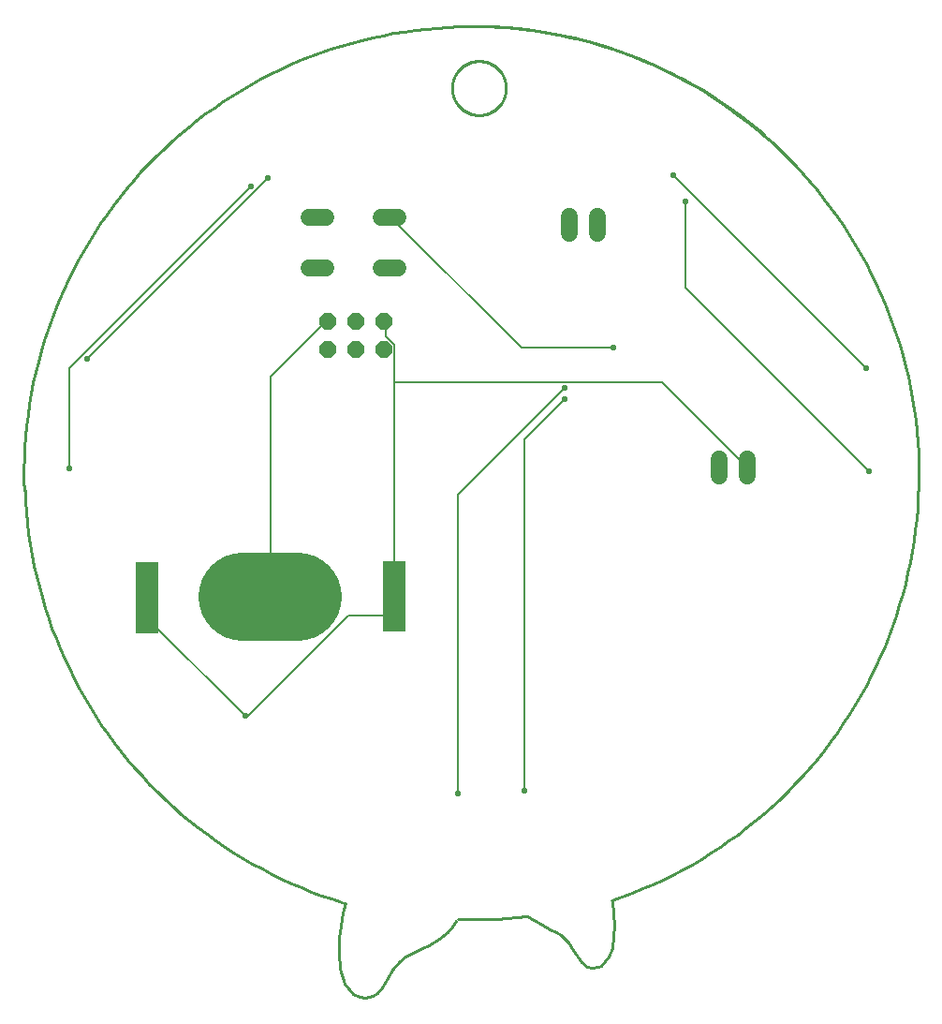
<source format=gbl>
G75*
%MOIN*%
%OFA0B0*%
%FSLAX25Y25*%
%IPPOS*%
%LPD*%
%AMOC8*
5,1,8,0,0,1.08239X$1,22.5*
%
%ADD10C,0.01000*%
%ADD11OC8,0.06000*%
%ADD12R,0.08000X0.12500*%
%ADD13C,0.31496*%
%ADD14C,0.06000*%
%ADD15C,0.00600*%
%ADD16OC8,0.02000*%
D10*
X0128781Y0013704D02*
X0125829Y0017395D01*
X0124106Y0022562D01*
X0123614Y0028714D01*
X0123860Y0033635D01*
X0124352Y0038064D01*
X0125090Y0042739D01*
X0126075Y0046184D01*
X0125336Y0046184D01*
X0145268Y0025269D02*
X0147482Y0026991D01*
X0149943Y0028468D01*
X0153388Y0030190D01*
X0155848Y0031174D01*
X0159293Y0033389D01*
X0162246Y0035604D01*
X0164214Y0037818D01*
X0165445Y0039787D01*
X0145268Y0025269D02*
X0142807Y0022316D01*
X0141085Y0019363D01*
X0139116Y0015919D01*
X0137394Y0014196D01*
X0135671Y0012966D01*
X0133210Y0012228D01*
X0130996Y0012720D01*
X0128781Y0013704D01*
X0190789Y0041263D02*
X0193004Y0040033D01*
X0195957Y0038310D01*
X0198663Y0036834D01*
X0201124Y0035604D01*
X0202846Y0034619D01*
X0205553Y0031913D01*
X0207029Y0029452D01*
X0209982Y0025023D01*
X0211951Y0023546D01*
X0213673Y0023054D01*
X0216134Y0023546D01*
X0217118Y0023793D01*
X0219579Y0026991D01*
X0221055Y0030190D01*
X0221547Y0034373D01*
X0221793Y0038064D01*
X0221547Y0042247D01*
X0221055Y0047169D01*
X0274943Y0319560D02*
X0272010Y0322021D01*
X0269019Y0324411D01*
X0265972Y0326729D01*
X0262869Y0328973D01*
X0259715Y0331142D01*
X0256509Y0333235D01*
X0253253Y0335251D01*
X0249951Y0337188D01*
X0246603Y0339045D01*
X0243211Y0340822D01*
X0239778Y0342517D01*
X0236306Y0344129D01*
X0232795Y0345657D01*
X0229250Y0347102D01*
X0225670Y0348460D01*
X0222059Y0349733D01*
X0218419Y0350919D01*
X0214751Y0352017D01*
X0211058Y0353027D01*
X0207342Y0353949D01*
X0203605Y0354781D01*
X0199849Y0355523D01*
X0196076Y0356176D01*
X0192289Y0356737D01*
X0188489Y0357208D01*
X0184679Y0357588D01*
X0180862Y0357877D01*
X0177038Y0358073D01*
X0173211Y0358179D01*
X0169382Y0358192D01*
X0163956Y0336046D02*
X0163959Y0336282D01*
X0163968Y0336517D01*
X0163982Y0336753D01*
X0164002Y0336988D01*
X0164028Y0337222D01*
X0164060Y0337456D01*
X0164097Y0337689D01*
X0164141Y0337921D01*
X0164189Y0338151D01*
X0164244Y0338381D01*
X0164304Y0338609D01*
X0164370Y0338835D01*
X0164441Y0339060D01*
X0164518Y0339283D01*
X0164600Y0339504D01*
X0164687Y0339723D01*
X0164780Y0339940D01*
X0164879Y0340154D01*
X0164982Y0340366D01*
X0165091Y0340576D01*
X0165204Y0340782D01*
X0165323Y0340986D01*
X0165447Y0341187D01*
X0165575Y0341384D01*
X0165709Y0341579D01*
X0165847Y0341770D01*
X0165990Y0341958D01*
X0166137Y0342142D01*
X0166289Y0342322D01*
X0166445Y0342499D01*
X0166606Y0342672D01*
X0166770Y0342841D01*
X0166939Y0343005D01*
X0167112Y0343166D01*
X0167289Y0343322D01*
X0167469Y0343474D01*
X0167653Y0343621D01*
X0167841Y0343764D01*
X0168032Y0343902D01*
X0168227Y0344036D01*
X0168424Y0344164D01*
X0168625Y0344288D01*
X0168829Y0344407D01*
X0169035Y0344520D01*
X0169245Y0344629D01*
X0169457Y0344732D01*
X0169671Y0344831D01*
X0169888Y0344924D01*
X0170107Y0345011D01*
X0170328Y0345093D01*
X0170551Y0345170D01*
X0170776Y0345241D01*
X0171002Y0345307D01*
X0171230Y0345367D01*
X0171460Y0345422D01*
X0171690Y0345470D01*
X0171922Y0345514D01*
X0172155Y0345551D01*
X0172389Y0345583D01*
X0172623Y0345609D01*
X0172858Y0345629D01*
X0173094Y0345643D01*
X0173329Y0345652D01*
X0173565Y0345655D01*
X0173801Y0345652D01*
X0174036Y0345643D01*
X0174272Y0345629D01*
X0174507Y0345609D01*
X0174741Y0345583D01*
X0174975Y0345551D01*
X0175208Y0345514D01*
X0175440Y0345470D01*
X0175670Y0345422D01*
X0175900Y0345367D01*
X0176128Y0345307D01*
X0176354Y0345241D01*
X0176579Y0345170D01*
X0176802Y0345093D01*
X0177023Y0345011D01*
X0177242Y0344924D01*
X0177459Y0344831D01*
X0177673Y0344732D01*
X0177885Y0344629D01*
X0178095Y0344520D01*
X0178301Y0344407D01*
X0178505Y0344288D01*
X0178706Y0344164D01*
X0178903Y0344036D01*
X0179098Y0343902D01*
X0179289Y0343764D01*
X0179477Y0343621D01*
X0179661Y0343474D01*
X0179841Y0343322D01*
X0180018Y0343166D01*
X0180191Y0343005D01*
X0180360Y0342841D01*
X0180524Y0342672D01*
X0180685Y0342499D01*
X0180841Y0342322D01*
X0180993Y0342142D01*
X0181140Y0341958D01*
X0181283Y0341770D01*
X0181421Y0341579D01*
X0181555Y0341384D01*
X0181683Y0341187D01*
X0181807Y0340986D01*
X0181926Y0340782D01*
X0182039Y0340576D01*
X0182148Y0340366D01*
X0182251Y0340154D01*
X0182350Y0339940D01*
X0182443Y0339723D01*
X0182530Y0339504D01*
X0182612Y0339283D01*
X0182689Y0339060D01*
X0182760Y0338835D01*
X0182826Y0338609D01*
X0182886Y0338381D01*
X0182941Y0338151D01*
X0182989Y0337921D01*
X0183033Y0337689D01*
X0183070Y0337456D01*
X0183102Y0337222D01*
X0183128Y0336988D01*
X0183148Y0336753D01*
X0183162Y0336517D01*
X0183171Y0336282D01*
X0183174Y0336046D01*
X0183171Y0335810D01*
X0183162Y0335575D01*
X0183148Y0335339D01*
X0183128Y0335104D01*
X0183102Y0334870D01*
X0183070Y0334636D01*
X0183033Y0334403D01*
X0182989Y0334171D01*
X0182941Y0333941D01*
X0182886Y0333711D01*
X0182826Y0333483D01*
X0182760Y0333257D01*
X0182689Y0333032D01*
X0182612Y0332809D01*
X0182530Y0332588D01*
X0182443Y0332369D01*
X0182350Y0332152D01*
X0182251Y0331938D01*
X0182148Y0331726D01*
X0182039Y0331516D01*
X0181926Y0331310D01*
X0181807Y0331106D01*
X0181683Y0330905D01*
X0181555Y0330708D01*
X0181421Y0330513D01*
X0181283Y0330322D01*
X0181140Y0330134D01*
X0180993Y0329950D01*
X0180841Y0329770D01*
X0180685Y0329593D01*
X0180524Y0329420D01*
X0180360Y0329251D01*
X0180191Y0329087D01*
X0180018Y0328926D01*
X0179841Y0328770D01*
X0179661Y0328618D01*
X0179477Y0328471D01*
X0179289Y0328328D01*
X0179098Y0328190D01*
X0178903Y0328056D01*
X0178706Y0327928D01*
X0178505Y0327804D01*
X0178301Y0327685D01*
X0178095Y0327572D01*
X0177885Y0327463D01*
X0177673Y0327360D01*
X0177459Y0327261D01*
X0177242Y0327168D01*
X0177023Y0327081D01*
X0176802Y0326999D01*
X0176579Y0326922D01*
X0176354Y0326851D01*
X0176128Y0326785D01*
X0175900Y0326725D01*
X0175670Y0326670D01*
X0175440Y0326622D01*
X0175208Y0326578D01*
X0174975Y0326541D01*
X0174741Y0326509D01*
X0174507Y0326483D01*
X0174272Y0326463D01*
X0174036Y0326449D01*
X0173801Y0326440D01*
X0173565Y0326437D01*
X0173329Y0326440D01*
X0173094Y0326449D01*
X0172858Y0326463D01*
X0172623Y0326483D01*
X0172389Y0326509D01*
X0172155Y0326541D01*
X0171922Y0326578D01*
X0171690Y0326622D01*
X0171460Y0326670D01*
X0171230Y0326725D01*
X0171002Y0326785D01*
X0170776Y0326851D01*
X0170551Y0326922D01*
X0170328Y0326999D01*
X0170107Y0327081D01*
X0169888Y0327168D01*
X0169671Y0327261D01*
X0169457Y0327360D01*
X0169245Y0327463D01*
X0169035Y0327572D01*
X0168829Y0327685D01*
X0168625Y0327804D01*
X0168424Y0327928D01*
X0168227Y0328056D01*
X0168032Y0328190D01*
X0167841Y0328328D01*
X0167653Y0328471D01*
X0167469Y0328618D01*
X0167289Y0328770D01*
X0167112Y0328926D01*
X0166939Y0329087D01*
X0166770Y0329251D01*
X0166606Y0329420D01*
X0166445Y0329593D01*
X0166289Y0329770D01*
X0166137Y0329950D01*
X0165990Y0330134D01*
X0165847Y0330322D01*
X0165709Y0330513D01*
X0165575Y0330708D01*
X0165447Y0330905D01*
X0165323Y0331106D01*
X0165204Y0331310D01*
X0165091Y0331516D01*
X0164982Y0331726D01*
X0164879Y0331938D01*
X0164780Y0332152D01*
X0164687Y0332369D01*
X0164600Y0332588D01*
X0164518Y0332809D01*
X0164441Y0333032D01*
X0164370Y0333257D01*
X0164304Y0333483D01*
X0164244Y0333711D01*
X0164189Y0333941D01*
X0164141Y0334171D01*
X0164097Y0334403D01*
X0164060Y0334636D01*
X0164028Y0334870D01*
X0164002Y0335104D01*
X0163982Y0335339D01*
X0163968Y0335575D01*
X0163959Y0335810D01*
X0163956Y0336046D01*
X0190543Y0041510D02*
X0187044Y0041101D01*
X0183537Y0040769D01*
X0180023Y0040515D01*
X0176504Y0040339D01*
X0172983Y0040241D01*
X0169460Y0040221D01*
X0165937Y0040280D01*
X0220809Y0047169D02*
X0224504Y0048447D01*
X0228165Y0049814D01*
X0231792Y0051272D01*
X0235383Y0052817D01*
X0238934Y0054451D01*
X0242445Y0056170D01*
X0245912Y0057975D01*
X0249334Y0059865D01*
X0252708Y0061837D01*
X0256034Y0063892D01*
X0259308Y0066028D01*
X0262528Y0068243D01*
X0265694Y0070536D01*
X0268802Y0072907D01*
X0271852Y0075352D01*
X0274840Y0077872D01*
X0277766Y0080464D01*
X0280628Y0083127D01*
X0283423Y0085859D01*
X0286151Y0088659D01*
X0288809Y0091525D01*
X0291397Y0094455D01*
X0293912Y0097447D01*
X0296352Y0100501D01*
X0298718Y0103613D01*
X0301006Y0106782D01*
X0303216Y0110006D01*
X0305346Y0113283D01*
X0307396Y0116612D01*
X0309363Y0119990D01*
X0311247Y0123415D01*
X0313047Y0126885D01*
X0314761Y0130398D01*
X0316388Y0133952D01*
X0317928Y0137545D01*
X0319379Y0141174D01*
X0320742Y0144838D01*
X0322014Y0148534D01*
X0323195Y0152261D01*
X0324284Y0156015D01*
X0325281Y0159794D01*
X0326185Y0163597D01*
X0326996Y0167421D01*
X0327713Y0171264D01*
X0328336Y0175123D01*
X0328864Y0178996D01*
X0329297Y0182881D01*
X0329634Y0186775D01*
X0329877Y0190677D01*
X0330023Y0194583D01*
X0330074Y0198491D01*
X0330029Y0202400D01*
X0329888Y0206306D01*
X0329652Y0210208D01*
X0329320Y0214103D01*
X0328893Y0217989D01*
X0328371Y0221863D01*
X0327754Y0225723D01*
X0327043Y0229566D01*
X0326238Y0233391D01*
X0325339Y0237196D01*
X0324348Y0240977D01*
X0323264Y0244732D01*
X0322088Y0248460D01*
X0320822Y0252158D01*
X0319465Y0255824D01*
X0318019Y0259456D01*
X0316485Y0263051D01*
X0314863Y0266608D01*
X0313154Y0270123D01*
X0311360Y0273596D01*
X0309481Y0277024D01*
X0307518Y0280405D01*
X0305474Y0283736D01*
X0303349Y0287017D01*
X0301143Y0290244D01*
X0298860Y0293417D01*
X0296499Y0296533D01*
X0294063Y0299590D01*
X0291553Y0302586D01*
X0288970Y0305520D01*
X0286316Y0308390D01*
X0283592Y0311194D01*
X0280801Y0313930D01*
X0277943Y0316597D01*
X0275021Y0319194D01*
X0272036Y0321718D01*
X0268991Y0324168D01*
X0265886Y0326543D01*
X0262724Y0328841D01*
X0259506Y0331061D01*
X0256236Y0333201D01*
X0252913Y0335261D01*
X0249542Y0337239D01*
X0246123Y0339134D01*
X0242658Y0340944D01*
X0239150Y0342669D01*
X0235601Y0344307D01*
X0232013Y0345858D01*
X0228388Y0347321D01*
X0224729Y0348694D01*
X0221036Y0349978D01*
X0217314Y0351170D01*
X0213563Y0352271D01*
X0209787Y0353280D01*
X0205987Y0354196D01*
X0202165Y0355019D01*
X0198325Y0355748D01*
X0194468Y0356383D01*
X0190596Y0356922D01*
X0186713Y0357367D01*
X0182819Y0357717D01*
X0178919Y0357971D01*
X0175013Y0358130D01*
X0171105Y0358193D01*
X0170120Y0357947D02*
X0166250Y0357890D01*
X0162382Y0357740D01*
X0158519Y0357496D01*
X0154663Y0357157D01*
X0150817Y0356725D01*
X0146982Y0356199D01*
X0143161Y0355580D01*
X0139356Y0354868D01*
X0135570Y0354064D01*
X0131805Y0353167D01*
X0128062Y0352180D01*
X0124345Y0351101D01*
X0120655Y0349933D01*
X0116994Y0348674D01*
X0113366Y0347327D01*
X0109771Y0345892D01*
X0106212Y0344370D01*
X0102691Y0342762D01*
X0099211Y0341069D01*
X0095772Y0339291D01*
X0092378Y0337430D01*
X0089031Y0335487D01*
X0085731Y0333463D01*
X0082482Y0331359D01*
X0079285Y0329177D01*
X0076143Y0326918D01*
X0073056Y0324583D01*
X0070027Y0322173D01*
X0067057Y0319690D01*
X0064149Y0317136D01*
X0061304Y0314512D01*
X0058523Y0311819D01*
X0055809Y0309059D01*
X0053163Y0306234D01*
X0050587Y0303346D01*
X0048081Y0300395D01*
X0045649Y0297384D01*
X0043290Y0294316D01*
X0041007Y0291190D01*
X0038800Y0288010D01*
X0036672Y0284777D01*
X0034623Y0281493D01*
X0032654Y0278161D01*
X0030767Y0274781D01*
X0028963Y0271356D01*
X0027243Y0267889D01*
X0025608Y0264380D01*
X0024059Y0260833D01*
X0022597Y0257250D01*
X0021222Y0253631D01*
X0019936Y0249980D01*
X0018739Y0246300D01*
X0017632Y0242591D01*
X0016616Y0238856D01*
X0015691Y0235097D01*
X0014858Y0231317D01*
X0014117Y0227518D01*
X0013468Y0223702D01*
X0012913Y0219871D01*
X0012452Y0216028D01*
X0012084Y0212175D01*
X0011810Y0208314D01*
X0011630Y0204448D01*
X0011544Y0200578D01*
X0011552Y0196708D01*
X0011655Y0192838D01*
X0011901Y0193083D02*
X0012085Y0189214D01*
X0012364Y0185351D01*
X0012736Y0181495D01*
X0013202Y0177650D01*
X0013761Y0173817D01*
X0014414Y0169999D01*
X0015159Y0166197D01*
X0015997Y0162416D01*
X0016926Y0158655D01*
X0017947Y0154919D01*
X0019058Y0151208D01*
X0020260Y0147525D01*
X0021550Y0143873D01*
X0022930Y0140253D01*
X0024397Y0136668D01*
X0025951Y0133120D01*
X0027590Y0129611D01*
X0029315Y0126143D01*
X0031124Y0122717D01*
X0033015Y0119337D01*
X0034989Y0116004D01*
X0037043Y0112719D01*
X0039176Y0109486D01*
X0041387Y0106306D01*
X0043675Y0103180D01*
X0046039Y0100111D01*
X0048476Y0097101D01*
X0050986Y0094151D01*
X0053567Y0091262D01*
X0056218Y0088438D01*
X0058937Y0085679D01*
X0061722Y0082987D01*
X0064572Y0080363D01*
X0067484Y0077810D01*
X0070459Y0075328D01*
X0073492Y0072919D01*
X0076584Y0070585D01*
X0079731Y0068327D01*
X0082932Y0066147D01*
X0086186Y0064044D01*
X0089490Y0062022D01*
X0092842Y0060081D01*
X0096240Y0058222D01*
X0099682Y0056446D01*
X0103167Y0054754D01*
X0106692Y0053148D01*
X0110255Y0051629D01*
X0113854Y0050196D01*
X0117486Y0048851D01*
X0121151Y0047596D01*
X0124845Y0046429D01*
D11*
X0129559Y0242897D03*
X0129559Y0252897D03*
X0139559Y0252897D03*
X0139559Y0242897D03*
X0119559Y0242897D03*
X0119559Y0252897D03*
D12*
X0143254Y0161444D03*
X0143254Y0148944D03*
X0055254Y0148444D03*
X0055254Y0160944D03*
D13*
X0089412Y0154944D02*
X0109096Y0154944D01*
D14*
X0113129Y0272127D02*
X0119129Y0272127D01*
X0119129Y0289927D02*
X0113129Y0289927D01*
X0138729Y0289927D02*
X0144729Y0289927D01*
X0144729Y0272127D02*
X0138729Y0272127D01*
X0205671Y0284449D02*
X0205671Y0290449D01*
X0215671Y0290449D02*
X0215671Y0284449D01*
X0259018Y0204032D02*
X0259018Y0198032D01*
X0269018Y0198032D02*
X0269018Y0204032D01*
D15*
X0268407Y0201706D02*
X0269018Y0201032D01*
X0268407Y0201706D02*
X0238722Y0231391D01*
X0143525Y0231391D01*
X0143525Y0244698D01*
X0140455Y0247769D01*
X0140455Y0252887D01*
X0139559Y0252897D01*
X0143525Y0231391D02*
X0143525Y0161785D01*
X0143254Y0161444D01*
X0143525Y0160761D01*
X0143525Y0149501D01*
X0143254Y0148944D01*
X0142502Y0148478D01*
X0127148Y0148478D01*
X0091321Y0112651D01*
X0090297Y0112651D01*
X0055494Y0147454D01*
X0055254Y0148444D01*
X0055494Y0148478D01*
X0055494Y0160761D01*
X0055254Y0160944D01*
X0027856Y0200682D02*
X0027856Y0236509D01*
X0092344Y0300997D01*
X0098486Y0304068D02*
X0033998Y0239580D01*
X0099510Y0233438D02*
X0118959Y0252887D01*
X0119559Y0252897D01*
X0099510Y0233438D02*
X0099510Y0155643D01*
X0099254Y0154944D01*
X0166045Y0191470D02*
X0166045Y0085013D01*
X0189588Y0086037D02*
X0189588Y0210919D01*
X0203919Y0225249D01*
X0203919Y0229344D02*
X0166045Y0191470D01*
X0188565Y0243674D02*
X0142502Y0289737D01*
X0141729Y0289927D01*
X0188565Y0243674D02*
X0221321Y0243674D01*
X0246911Y0265170D02*
X0312423Y0199659D01*
X0311399Y0236509D02*
X0242817Y0305092D01*
X0246911Y0295879D02*
X0246911Y0265170D01*
D16*
X0090297Y0112651D03*
X0166045Y0085013D03*
X0189588Y0086037D03*
X0203919Y0225249D03*
X0203919Y0229344D03*
X0221321Y0243674D03*
X0246911Y0295879D03*
X0242817Y0305092D03*
X0311399Y0236509D03*
X0312423Y0199659D03*
X0098486Y0304068D03*
X0092344Y0300997D03*
X0033998Y0239580D03*
X0027856Y0200682D03*
M02*

</source>
